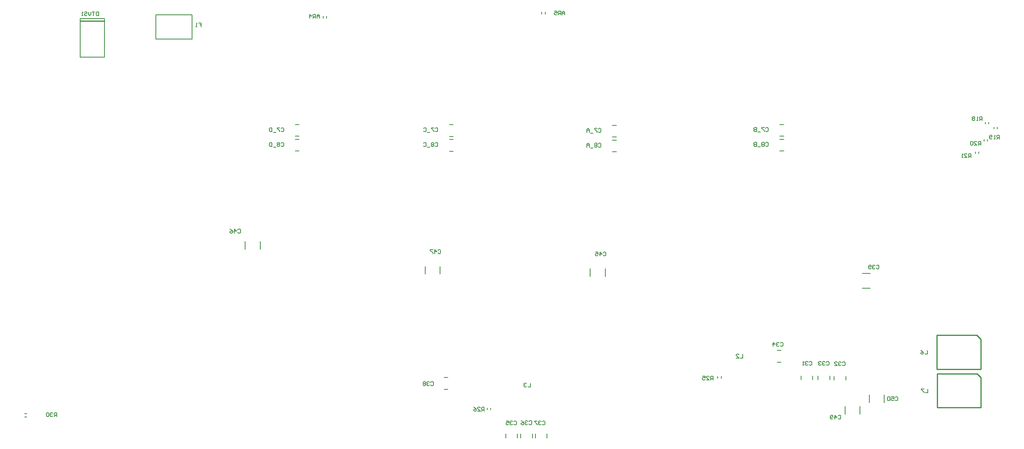
<source format=gbr>
%FSTAX23Y23*%
%MOIN*%
%SFA1B1*%

%IPPOS*%
%ADD62C,0.010000*%
%ADD82C,0.007874*%
%ADD88C,0.005905*%
%LNlv1_legend_bot-1*%
%LPD*%
G54D62*
X01651Y04155D02*
X01848D01*
X08917Y01609D02*
X08949Y01577D01*
X08594Y01609D02*
X08917D01*
X08594Y01333D02*
Y01609D01*
Y01333D02*
X08949D01*
Y01577*
X08919Y01298D02*
X0895Y01266D01*
X08596Y01298D02*
X08919D01*
X08596Y01022D02*
Y01298D01*
Y01022D02*
X0895D01*
Y01266*
G54D82*
X07972Y0097D02*
Y01033D01*
X0785Y0097D02*
Y01033D01*
X08168Y01063D02*
Y01126D01*
X08046Y01063D02*
Y01126D01*
X07299Y01485D02*
X07331D01*
X07299Y0139D02*
X07331D01*
X07321Y03103D02*
X07353D01*
X07321Y03198D02*
X07353D01*
X07321Y03223D02*
X07353D01*
X07321Y03318D02*
X07353D01*
X05965Y03096D02*
X05997D01*
X05965Y03191D02*
X05997D01*
X05965Y03216D02*
X05997D01*
X05965Y03311D02*
X05997D01*
X04643Y03101D02*
X04674D01*
X04643Y03196D02*
X04674D01*
X04643Y03221D02*
X04674D01*
X04643Y03316D02*
X04674D01*
X02556Y04011D02*
Y0411D01*
X02263Y04011D02*
X02556D01*
X02263D02*
Y04208D01*
X02556*
Y0411D02*
Y04208D01*
X03647Y04181D02*
Y04196D01*
X0362Y04181D02*
Y04196D01*
X05419Y04214D02*
Y0423D01*
X05392Y04214D02*
Y0423D01*
X01651Y04177D02*
X0175D01*
X01651Y03862D02*
Y04177D01*
Y03862D02*
X01848D01*
Y04177*
X0175D02*
X01848D01*
X02988Y02308D02*
Y02371D01*
X03111Y02308D02*
Y02371D01*
X07632Y01249D02*
Y01281D01*
X07726Y01249D02*
Y01281D01*
X07762Y01246D02*
Y01277D01*
X07856Y01246D02*
Y01277D01*
X07493Y01249D02*
Y01281D01*
X07587Y01249D02*
Y01281D01*
X04601Y01265D02*
X04632D01*
X04601Y0117D02*
X04632D01*
X0534Y00777D02*
Y00809D01*
X05435Y00777D02*
Y00809D01*
X05222Y00778D02*
Y00809D01*
X05316Y00778D02*
Y00809D01*
X05099Y00777D02*
Y00809D01*
X05194Y00777D02*
Y00809D01*
X04977Y01005D02*
Y01021D01*
X0495Y01005D02*
Y01021D01*
X01202Y00973D02*
X01217D01*
X01202Y00946D02*
X01217D01*
X08933Y03082D02*
Y03097D01*
X08906Y03082D02*
Y03097D01*
X09003Y03182D02*
Y03197D01*
X08976Y03182D02*
Y03197D01*
X09083Y03282D02*
Y03297D01*
X09056Y03282D02*
Y03297D01*
X08986Y03322D02*
Y03337D01*
X09013Y03322D02*
Y03337D01*
X03394Y03222D02*
X03425D01*
X03394Y03317D02*
X03425D01*
X03394Y03102D02*
X03425D01*
X03394Y03197D02*
X03425D01*
X07991Y02111D02*
X08054D01*
X07991Y01989D02*
X08054D01*
X05785Y02087D02*
Y0215D01*
X05907Y02087D02*
Y0215D01*
X04446Y02105D02*
Y02168D01*
X04568Y02105D02*
Y02168D01*
X06846Y01261D02*
Y01277D01*
X06818Y01261D02*
Y01277D01*
G54D88*
X08256Y01105D02*
X08261Y0111D01*
X08272*
X08277Y01105*
Y01084*
X08272Y01079*
X08261*
X08256Y01084*
X08225Y0111D02*
X08246D01*
Y01094*
X08235Y011*
X0823*
X08225Y01094*
Y01084*
X0823Y01079*
X0824*
X08246Y01084*
X08214Y01105D02*
X08209Y0111D01*
X08198*
X08193Y01105*
Y01084*
X08198Y01079*
X08209*
X08214Y01084*
Y01105*
X07794Y00955D02*
X07799Y0096D01*
X0781*
X07815Y00955*
Y00934*
X0781Y00929*
X07799*
X07794Y00934*
X07768Y00929D02*
Y0096D01*
X07783Y00944*
X07762*
X07752Y00934D02*
X07747Y00929D01*
X07736*
X07731Y00934*
Y00955*
X07736Y0096*
X07747*
X07752Y00955*
Y0095*
X07747Y00944*
X07731*
X07325Y01545D02*
X07331Y01551D01*
X07341*
X07346Y01545*
Y01524*
X07341Y01519*
X07331*
X07325Y01524*
X07315Y01545D02*
X0731Y01551D01*
X07299*
X07294Y01545*
Y0154*
X07299Y01535*
X07304*
X07299*
X07294Y0153*
Y01524*
X07299Y01519*
X0731*
X07315Y01524*
X07268Y01519D02*
Y01551D01*
X07283Y01535*
X07262*
X07206Y03167D02*
X07211Y03172D01*
X07222*
X07227Y03167*
Y03146*
X07222Y0314*
X07211*
X07206Y03146*
X07196Y03167D02*
X0719Y03172D01*
X0718*
X07175Y03167*
Y03161*
X0718Y03156*
X07175Y03151*
Y03146*
X0718Y0314*
X0719*
X07196Y03146*
Y03151*
X0719Y03156*
X07196Y03161*
Y03167*
X0719Y03156D02*
X0718D01*
X07164Y03135D02*
X07143D01*
X07133Y03172D02*
Y0314D01*
X07117*
X07112Y03146*
Y03151*
X07117Y03156*
X07133*
X07117*
X07112Y03161*
Y03167*
X07117Y03172*
X07133*
X07206Y03287D02*
X07211Y03292D01*
X07222*
X07227Y03287*
Y03266*
X07222Y0326*
X07211*
X07206Y03266*
X07196Y03292D02*
X07175D01*
Y03287*
X07196Y03266*
Y0326*
X07164Y03255D02*
X07143D01*
X07133Y03292D02*
Y0326D01*
X07117*
X07112Y03266*
Y03271*
X07117Y03276*
X07133*
X07117*
X07112Y03281*
Y03287*
X07117Y03292*
X07133*
X0585Y0316D02*
X05855Y03165D01*
X05866*
X05871Y0316*
Y03139*
X05866Y03134*
X05855*
X0585Y03139*
X0584Y0316D02*
X05834Y03165D01*
X05824*
X05819Y0316*
Y03155*
X05824Y03149*
X05819Y03144*
Y03139*
X05824Y03134*
X05834*
X0584Y03139*
Y03144*
X05834Y03149*
X0584Y03155*
Y0316*
X05834Y03149D02*
X05824D01*
X05808Y03128D02*
X05787D01*
X05777Y03134D02*
Y03155D01*
X05766Y03165*
X05756Y03155*
Y03134*
Y03149*
X05777*
X0585Y0328D02*
X05855Y03285D01*
X05866*
X05871Y0328*
Y03259*
X05866Y03254*
X05855*
X0585Y03259*
X0584Y03285D02*
X05819D01*
Y0328*
X0584Y03259*
Y03254*
X05808Y03248D02*
X05787D01*
X05777Y03254D02*
Y03275D01*
X05766Y03285*
X05756Y03275*
Y03254*
Y03269*
X05777*
X04527Y03165D02*
X04533Y0317D01*
X04543*
X04548Y03165*
Y03144*
X04543Y03139*
X04533*
X04527Y03144*
X04517Y03165D02*
X04512Y0317D01*
X04501*
X04496Y03165*
Y0316*
X04501Y03154*
X04496Y03149*
Y03144*
X04501Y03139*
X04512*
X04517Y03144*
Y03149*
X04512Y03154*
X04517Y0316*
Y03165*
X04512Y03154D02*
X04501D01*
X04485Y03133D02*
X04464D01*
X04433Y03165D02*
X04438Y0317D01*
X04449*
X04454Y03165*
Y03144*
X04449Y03139*
X04438*
X04433Y03144*
X04527Y03285D02*
X04533Y0329D01*
X04543*
X04548Y03285*
Y03264*
X04543Y03259*
X04533*
X04527Y03264*
X04517Y0329D02*
X04496D01*
Y03285*
X04517Y03264*
Y03259*
X04485Y03253D02*
X04464D01*
X04433Y03285D02*
X04438Y0329D01*
X04449*
X04454Y03285*
Y03264*
X04449Y03259*
X04438*
X04433Y03264*
X08521Y01174D02*
Y01142D01*
X085*
X08489Y01174D02*
X08468D01*
Y01169*
X08489Y01148*
Y01142*
X08517Y01486D02*
Y01455D01*
X08496*
X08464Y01486D02*
X08475Y01481D01*
X08485Y0147*
Y0146*
X0848Y01455*
X0847*
X08464Y0146*
Y01465*
X0847Y0147*
X08485*
X02609Y04141D02*
X0263D01*
Y04125*
X02619*
X0263*
Y0411*
X02598D02*
X02588D01*
X02593*
Y04141*
X02598Y04136*
X0359Y0418D02*
Y042D01*
X03579Y04211*
X03569Y042*
Y0418*
Y04195*
X0359*
X03558Y0418D02*
Y04211D01*
X03542*
X03537Y04206*
Y04195*
X03542Y0419*
X03558*
X03548D02*
X03537Y0418D01*
X03511D02*
Y04211D01*
X03527Y04195*
X03506*
X05577Y04205D02*
Y04226D01*
X05567Y04237*
X05556Y04226*
Y04205*
Y04221*
X05577*
X05546Y04205D02*
Y04237D01*
X0553*
X05525Y04232*
Y04221*
X0553Y04216*
X05546*
X05535D02*
X05525Y04205D01*
X05493Y04237D02*
X05514D01*
Y04221*
X05504Y04226*
X05499*
X05493Y04221*
Y04211*
X05499Y04205*
X05509*
X05514Y04211*
X018Y04231D02*
Y042D01*
X01784*
X01779Y04205*
Y04226*
X01784Y04231*
X018*
X01768D02*
X01747D01*
X01758*
Y042*
X01737Y04231D02*
Y0421D01*
X01726Y042*
X01716Y0421*
Y04231*
X01684Y04226D02*
X01689Y04231D01*
X017*
X01705Y04226*
Y0422*
X017Y04215*
X01689*
X01684Y0421*
Y04205*
X01689Y042*
X017*
X01705Y04205*
X01674Y042D02*
X01663D01*
X01668*
Y04231*
X01674Y04226*
X02928Y02464D02*
X02933Y02469D01*
X02944*
X02949Y02464*
Y02443*
X02944Y02438*
X02933*
X02928Y02443*
X02902Y02438D02*
Y02469D01*
X02918Y02454*
X02897*
X02865Y02469D02*
X02876Y02464D01*
X02886Y02454*
Y02443*
X02881Y02438*
X0287*
X02865Y02443*
Y02448*
X0287Y02454*
X02886*
X07698Y01391D02*
X07703Y01397D01*
X07714*
X07719Y01391*
Y0137*
X07714Y01365*
X07703*
X07698Y0137*
X07688Y01391D02*
X07682Y01397D01*
X07672*
X07667Y01391*
Y01386*
X07672Y01381*
X07677*
X07672*
X07667Y01376*
Y0137*
X07672Y01365*
X07682*
X07688Y0137*
X07656Y01391D02*
X07651Y01397D01*
X0764*
X07635Y01391*
Y01386*
X0764Y01381*
X07646*
X0764*
X07635Y01376*
Y0137*
X0764Y01365*
X07651*
X07656Y0137*
X07828Y01388D02*
X07833Y01394D01*
X07844*
X07849Y01388*
Y01367*
X07844Y01362*
X07833*
X07828Y01367*
X07817Y01388D02*
X07812Y01394D01*
X07802*
X07796Y01388*
Y01383*
X07802Y01378*
X07807*
X07802*
X07796Y01373*
Y01367*
X07802Y01362*
X07812*
X07817Y01367*
X07765Y01362D02*
X07786D01*
X07765Y01383*
Y01388*
X0777Y01394*
X07781*
X07786Y01388*
X07559Y01391D02*
X07564Y01397D01*
X07575*
X0758Y01391*
Y0137*
X07575Y01365*
X07564*
X07559Y0137*
X07549Y01391D02*
X07543Y01397D01*
X07533*
X07528Y01391*
Y01386*
X07533Y01381*
X07538*
X07533*
X07528Y01376*
Y0137*
X07533Y01365*
X07543*
X07549Y0137*
X07517Y01365D02*
X07507D01*
X07512*
Y01397*
X07517Y01391*
X04492Y01227D02*
X04498Y01232D01*
X04508*
X04513Y01227*
Y01206*
X04508Y012*
X04498*
X04492Y01206*
X04482Y01227D02*
X04477Y01232D01*
X04466*
X04461Y01227*
Y01221*
X04466Y01216*
X04471*
X04466*
X04461Y01211*
Y01206*
X04466Y012*
X04477*
X04482Y01206*
X0445Y01227D02*
X04445Y01232D01*
X04435*
X04429Y01227*
Y01221*
X04435Y01216*
X04429Y01211*
Y01206*
X04435Y012*
X04445*
X0445Y01206*
Y01211*
X04445Y01216*
X0445Y01221*
Y01227*
X04445Y01216D02*
X04435D01*
X05397Y00909D02*
X05402Y00914D01*
X05412*
X05418Y00909*
Y00888*
X05412Y00883*
X05402*
X05397Y00888*
X05386Y00909D02*
X05381Y00914D01*
X0537*
X05365Y00909*
Y00904*
X0537Y00899*
X05376*
X0537*
X05365Y00893*
Y00888*
X0537Y00883*
X05381*
X05386Y00888*
X05355Y00914D02*
X05334D01*
Y00909*
X05355Y00888*
Y00883*
X05288Y0091D02*
X05293Y00915D01*
X05304*
X05309Y0091*
Y00889*
X05304Y00884*
X05293*
X05288Y00889*
X05278Y0091D02*
X05272Y00915D01*
X05262*
X05257Y0091*
Y00905*
X05262Y00899*
X05267*
X05262*
X05257Y00894*
Y00889*
X05262Y00884*
X05272*
X05278Y00889*
X05225Y00915D02*
X05236Y0091D01*
X05246Y00899*
Y00889*
X05241Y00884*
X0523*
X05225Y00889*
Y00894*
X0523Y00899*
X05246*
X05166Y00909D02*
X05171Y00914D01*
X05182*
X05187Y00909*
Y00888*
X05182Y00883*
X05171*
X05166Y00888*
X05156Y00909D02*
X0515Y00914D01*
X0514*
X05135Y00909*
Y00904*
X0514Y00899*
X05145*
X0514*
X05135Y00893*
Y00888*
X0514Y00883*
X0515*
X05156Y00888*
X05103Y00914D02*
X05124D01*
Y00899*
X05114Y00904*
X05108*
X05103Y00899*
Y00888*
X05108Y00883*
X05119*
X05124Y00888*
X053Y01221D02*
Y0119D01*
X05279*
X05268Y01216D02*
X05263Y01221D01*
X05252*
X05247Y01216*
Y01211*
X05252Y01205*
X05258*
X05252*
X05247Y012*
Y01195*
X05252Y0119*
X05263*
X05268Y01195*
X04924Y00994D02*
Y01025D01*
X04909*
X04903Y0102*
Y0101*
X04909Y01004*
X04924*
X04914D02*
X04903Y00994D01*
X04872D02*
X04893D01*
X04872Y01015*
Y0102*
X04877Y01025*
X04888*
X04893Y0102*
X0484Y01025D02*
X04851Y0102D01*
X04861Y0101*
Y00999*
X04856Y00994*
X04846*
X0484Y00999*
Y01004*
X04846Y0101*
X04861*
X0146Y0095D02*
Y00981D01*
X01444*
X01439Y00976*
Y00965*
X01444Y0096*
X0146*
X01449D02*
X01439Y0095D01*
X01428Y00976D02*
X01423Y00981D01*
X01412*
X01407Y00976*
Y0097*
X01412Y00965*
X01418*
X01412*
X01407Y0096*
Y00955*
X01412Y0095*
X01423*
X01428Y00955*
X01397Y00976D02*
X01391Y00981D01*
X01381*
X01376Y00976*
Y00955*
X01381Y0095*
X01391*
X01397Y00955*
Y00976*
X0887Y0305D02*
Y03081D01*
X08854*
X08849Y03076*
Y03065*
X08854Y0306*
X0887*
X08859D02*
X08849Y0305D01*
X08817D02*
X08838D01*
X08817Y0307*
Y03076*
X08822Y03081*
X08833*
X08838Y03076*
X08807Y0305D02*
X08796D01*
X08801*
Y03081*
X08807Y03076*
X0895Y0315D02*
Y03181D01*
X08934*
X08929Y03176*
Y03165*
X08934Y0316*
X0895*
X08939D02*
X08929Y0315D01*
X08897D02*
X08918D01*
X08897Y0317*
Y03176*
X08902Y03181*
X08913*
X08918Y03176*
X08887D02*
X08881Y03181D01*
X08871*
X08866Y03176*
Y03155*
X08871Y0315*
X08881*
X08887Y03155*
Y03176*
X091Y032D02*
Y03231D01*
X09084*
X09079Y03226*
Y03215*
X09084Y0321*
X091*
X09089D02*
X09079Y032D01*
X09068D02*
X09058D01*
X09063*
Y03231*
X09068Y03226*
X09042Y03205D02*
X09037Y032D01*
X09026*
X09021Y03205*
Y03226*
X09026Y03231*
X09037*
X09042Y03226*
Y0322*
X09037Y03215*
X09021*
X0896Y0335D02*
Y03381D01*
X08944*
X08939Y03376*
Y03365*
X08944Y0336*
X0896*
X08949D02*
X08939Y0335D01*
X08928D02*
X08918D01*
X08923*
Y03381*
X08928Y03376*
X08902D02*
X08897Y03381D01*
X08886*
X08881Y03376*
Y0337*
X08886Y03365*
X08881Y0336*
Y03355*
X08886Y0335*
X08897*
X08902Y03355*
Y0336*
X08897Y03365*
X08902Y0337*
Y03376*
X08897Y03365D02*
X08886D01*
X03279Y03286D02*
X03284Y03291D01*
X03294*
X033Y03286*
Y03265*
X03294Y0326*
X03284*
X03279Y03265*
X03268Y03291D02*
X03247D01*
Y03286*
X03268Y03265*
Y0326*
X03237Y03254D02*
X03216D01*
X03205Y03291D02*
Y0326D01*
X03189*
X03184Y03265*
Y03286*
X03189Y03291*
X03205*
X03279Y03166D02*
X03284Y03171D01*
X03294*
X033Y03166*
Y03145*
X03294Y0314*
X03284*
X03279Y03145*
X03268Y03166D02*
X03263Y03171D01*
X03252*
X03247Y03166*
Y0316*
X03252Y03155*
X03247Y0315*
Y03145*
X03252Y0314*
X03263*
X03268Y03145*
Y0315*
X03263Y03155*
X03268Y0316*
Y03166*
X03263Y03155D02*
X03252D01*
X03237Y03134D02*
X03216D01*
X03205Y03171D02*
Y0314D01*
X03189*
X03184Y03145*
Y03166*
X03189Y03171*
X03205*
X08104Y02173D02*
X08109Y02178D01*
X08119*
X08125Y02173*
Y02152*
X08119Y02147*
X08109*
X08104Y02152*
X08093Y02173D02*
X08088Y02178D01*
X08077*
X08072Y02173*
Y02167*
X08077Y02162*
X08083*
X08077*
X08072Y02157*
Y02152*
X08077Y02147*
X08088*
X08093Y02152*
X08062D02*
X08056Y02147D01*
X08046*
X08041Y02152*
Y02173*
X08046Y02178*
X08056*
X08062Y02173*
Y02167*
X08056Y02162*
X08041*
X0589Y02278D02*
X05895Y02284D01*
X05905*
X05911Y02278*
Y02257*
X05905Y02252*
X05895*
X0589Y02257*
X05863Y02252D02*
Y02284D01*
X05879Y02268*
X05858*
X05827Y02284D02*
X05848D01*
Y02268*
X05837Y02273*
X05832*
X05827Y02268*
Y02257*
X05832Y02252*
X05842*
X05848Y02257*
X04551Y02297D02*
X04556Y02302D01*
X04566*
X04572Y02297*
Y02276*
X04566Y02271*
X04556*
X04551Y02276*
X04524Y02271D02*
Y02302D01*
X0454Y02287*
X04519*
X04509Y02302D02*
X04488D01*
Y02297*
X04509Y02276*
Y02271*
X0702Y01455D02*
Y01424D01*
X06999*
X06968D02*
X06989D01*
X06968Y01445*
Y0145*
X06973Y01455*
X06984*
X06989Y0145*
X06779Y01246D02*
Y01277D01*
X06763*
X06758Y01272*
Y01262*
X06763Y01256*
X06779*
X06769D02*
X06758Y01246D01*
X06727D02*
X06748D01*
X06727Y01267*
Y01272*
X06732Y01277*
X06742*
X06748Y01272*
X06695Y01277D02*
X06716D01*
Y01262*
X06706Y01267*
X067*
X06695Y01262*
Y01251*
X067Y01246*
X06711*
X06716Y01251*
M02*
</source>
